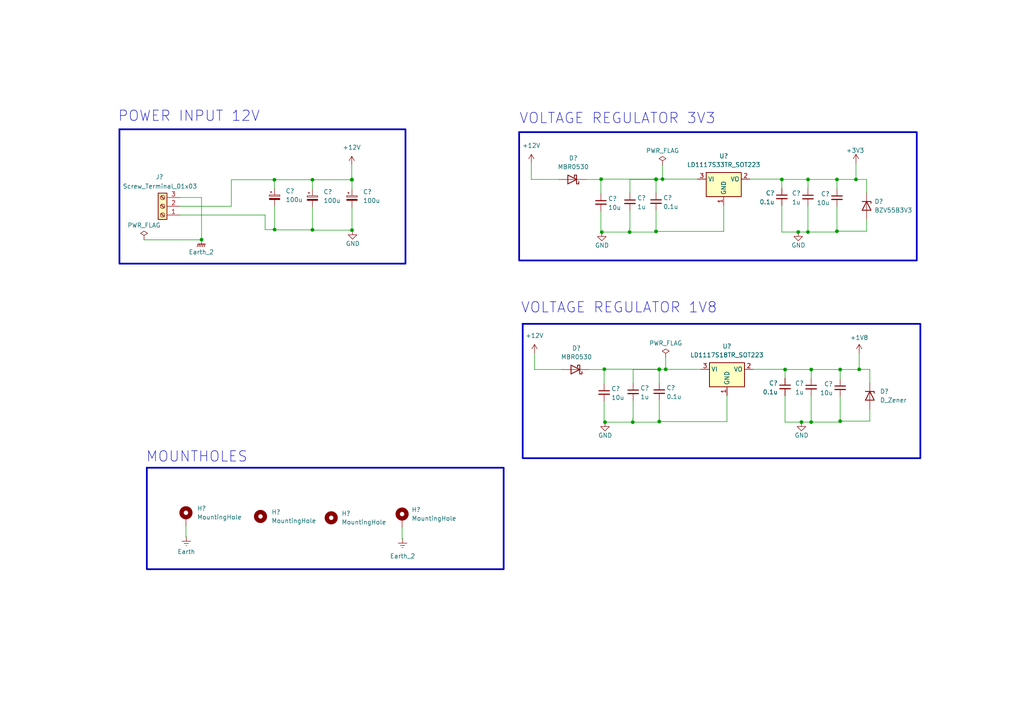
<source format=kicad_sch>
(kicad_sch (version 20231120) (generator "eeschema") (generator_version "8.0")
  (paper "A4")
  (title_block (title "Mixed Signal Board Project") (date "2024-06-24") (rev "V1.0") (company "open source") (comment 1 "this project for learning purposes"))
  (lib_symbols
    (symbol "Connector:Screw_Terminal_01x03" (pin_names (offset 1.016) hide)
      (property "Reference" "J" (at 0 5.08 0))
      (property "Value" "Screw_Terminal_01x03" (at 0 -5.08 0))
      (symbol "Screw_Terminal_01x03_1_1"
        (rectangle (start -1.27 3.81) (end 1.27 -3.81) (stroke (width 0.254)) (fill (type background)))
        (circle (center 0 -2.54) (radius 0.635) (stroke (width 0.1524)))
        (polyline (pts (xy -0.5334 -2.2098) (xy 0.3302 -3.048)) (stroke (width 0.1524)))
        (polyline (pts (xy -0.5334 0.3302) (xy 0.3302 -0.508)) (stroke (width 0.1524)))
        (polyline (pts (xy -0.5334 2.8702) (xy 0.3302 2.032)) (stroke (width 0.1524)))
        (polyline (pts (xy -0.3556 -2.032) (xy 0.508 -2.8702)) (stroke (width 0.1524)))
        (polyline (pts (xy -0.3556 0.508) (xy 0.508 -0.3302)) (stroke (width 0.1524)))
        (polyline (pts (xy -0.3556 3.048) (xy 0.508 2.2098)) (stroke (width 0.1524)))
        (circle (center 0 0) (radius 0.635) (stroke (width 0.1524)))
        (circle (center 0 2.54) (radius 0.635) (stroke (width 0.1524)))
        (pin passive line (at -5.08 2.54 0) (length 3.81) (name "Pin_1") (number "1"))
        (pin passive line (at -5.08 0 0) (length 3.81) (name "Pin_2") (number "2"))
        (pin passive line (at -5.08 -2.54 0) (length 3.81) (name "Pin_3") (number "3"))
      )
    )
    (symbol "Device:C_Polarized_Small" (pin_numbers hide) (pin_names (offset 0.254) hide)
      (property "Reference" "C" (at 0.254 1.778 0))
      (property "Value" "C_Polarized_Small" (at 0.254 -2.032 0))
      (symbol "C_Polarized_Small_0_1"
        (rectangle (start -1.524 -0.3048) (end 1.524 -0.6858) (fill (type outline)))
        (rectangle (start -1.524 0.6858) (end 1.524 0.3048))
        (polyline (pts (xy -1.27 1.524) (xy -0.762 1.524)))
        (polyline (pts (xy -1.016 1.27) (xy -1.016 1.778)))
      )
      (symbol "C_Polarized_Small_1_1"
        (pin passive line (at 0 2.54 270) (length 1.8542) (name "~") (number "1"))
        (pin passive line (at 0 -2.54 90) (length 1.8542) (name "~") (number "2"))
      )
    )
    (symbol "Device:C_Small" (pin_numbers hide) (pin_names (offset 0.254) hide)
      (property "Reference" "C" (at 0.254 1.778 0))
      (property "Value" "C_Small" (at 0.254 -2.032 0))
      (symbol "C_Small_0_1"
        (polyline (pts (xy -1.524 -0.508) (xy 1.524 -0.508)) (stroke (width 0.3302)))
        (polyline (pts (xy -1.524 0.508) (xy 1.524 0.508)) (stroke (width 0.3048)))
      )
      (symbol "C_Small_1_1"
        (pin passive line (at 0 2.54 270) (length 2.032) (name "~") (number "1"))
        (pin passive line (at 0 -2.54 90) (length 2.032) (name "~") (number "2"))
      )
    )
    (symbol "Device:D_Zener" (pin_numbers hide) (pin_names (offset 1.016) hide)
      (property "Reference" "D" (at 0 2.54 0))
      (property "Value" "D_Zener" (at 0 -2.54 0))
      (symbol "D_Zener_0_1"
        (polyline (pts (xy 1.27 0) (xy -1.27 0)))
        (polyline (pts (xy -1.27 -1.27) (xy -1.27 1.27) (xy -0.762 1.27)) (stroke (width 0.254)))
        (polyline (pts (xy 1.27 -1.27) (xy 1.27 1.27) (xy -1.27 0) (xy 1.27 -1.27)) (stroke (width 0.254)))
      )
      (symbol "D_Zener_1_1"
        (pin passive line (at -3.81 0 0) (length 2.54) (name "K") (number "1"))
        (pin passive line (at 3.81 0 180) (length 2.54) (name "A") (number "2"))
      )
    )
    (symbol "Diode:BZV55B3V3" (pin_numbers hide) (pin_names hide)
      (property "Reference" "D" (at 0 2.54 0))
      (property "Value" "BZV55B3V3" (at 0 -2.54 0))
      (symbol "BZV55B3V3_0_1"
        (polyline (pts (xy 1.27 0) (xy -1.27 0)))
        (polyline (pts (xy -1.27 -1.27) (xy -1.27 1.27) (xy -0.762 1.27)) (stroke (width 0.254)))
        (polyline (pts (xy 1.27 -1.27) (xy 1.27 1.27) (xy -1.27 0) (xy 1.27 -1.27)) (stroke (width 0.254)))
      )
      (symbol "BZV55B3V3_1_1"
        (pin passive line (at -3.81 0 0) (length 2.54) (name "K") (number "1"))
        (pin passive line (at 3.81 0 180) (length 2.54) (name "A") (number "2"))
      )
    )
    (symbol "Diode:MBR0530" (pin_numbers hide) (pin_names (offset 1.016) hide)
      (property "Reference" "D" (at 0 2.54 0))
      (property "Value" "MBR0530" (at 0 -2.54 0))
      (symbol "MBR0530_0_1"
        (polyline (pts (xy 1.27 0) (xy -1.27 0)))
        (polyline (pts (xy 1.27 1.27) (xy 1.27 -1.27) (xy -1.27 0) (xy 1.27 1.27)) (stroke (width 0.254)))
        (polyline (pts (xy -1.905 0.635) (xy -1.905 1.27) (xy -1.27 1.27) (xy -1.27 -1.27) (xy -0.635 -1.27) (xy -0.635 -0.635)) (stroke (width 0.254)))
      )
      (symbol "MBR0530_1_1"
        (pin passive line (at -3.81 0 0) (length 2.54) (name "K") (number "1"))
        (pin passive line (at 3.81 0 180) (length 2.54) (name "A") (number "2"))
      )
    )
    (symbol "Mechanical:MountingHole" (pin_names (offset 1.016))
      (property "Reference" "H" (at 0 5.08 0))
      (property "Value" "MountingHole" (at 0 3.175 0))
      (symbol "MountingHole_0_1"
        (circle (center 0 0) (radius 1.27) (stroke (width 1.27)))
      )
    )
    (symbol "Mechanical:MountingHole_Pad" (pin_numbers hide) (pin_names (offset 1.016) hide) (exclude_from_sim yes) (in_bom no)
      (property "Reference" "H" (at 0 6.35 0))
      (property "Value" "MountingHole_Pad" (at 0 4.445 0))
      (symbol "MountingHole_Pad_0_1"
        (circle (center 0 1.27) (radius 1.27) (stroke (width 1.27)))
      )
      (symbol "MountingHole_Pad_1_1"
        (pin input line (at 0 -2.54 90) (length 2.54) (name "1") (number "1"))
      )
    )
    (symbol "Regulator_Linear:LD1117S18TR_SOT223"
      (property "Reference" "U" (at -3.81 3.175 0))
      (property "Value" "LD1117S18TR_SOT223" (at 0 3.175 0))
      (symbol "LD1117S18TR_SOT223_0_1"
        (rectangle (start -5.08 -5.08) (end 5.08 1.905) (stroke (width 0.254)) (fill (type background)))
      )
      (symbol "LD1117S18TR_SOT223_1_1"
        (pin power_in line (at 0 -7.62 90) (length 2.54) (name "GND") (number "1"))
        (pin power_out line (at 7.62 0 180) (length 2.54) (name "VO") (number "2"))
        (pin power_in line (at -7.62 0 0) (length 2.54) (name "VI") (number "3"))
      )
    )
    (symbol "Regulator_Linear:LD1117S33TR_SOT223"
      (property "Reference" "U" (at -3.81 3.175 0))
      (property "Value" "LD1117S33TR_SOT223" (at 0 3.175 0))
      (symbol "LD1117S33TR_SOT223_0_1"
        (rectangle (start -5.08 -5.08) (end 5.08 1.905) (stroke (width 0.254)) (fill (type background)))
      )
      (symbol "LD1117S33TR_SOT223_1_1"
        (pin power_in line (at 0 -7.62 90) (length 2.54) (name "GND") (number "1"))
        (pin power_out line (at 7.62 0 180) (length 2.54) (name "VO") (number "2"))
        (pin power_in line (at -7.62 0 0) (length 2.54) (name "VI") (number "3"))
      )
    )
    (symbol "power:+12V" (power) (pin_names (offset 0))
      (property "Value" "+12V" (at 0 3.556 0))
      (symbol "+12V_0_1"
        (polyline (pts (xy -0.762 1.27) (xy 0 2.54)))
        (polyline (pts (xy 0 0) (xy 0 2.54)))
        (polyline (pts (xy 0 2.54) (xy 0.762 1.27)))
      )
      (symbol "+12V_1_1"
        (pin power_in line (at 0 0 90) (length 0) hide (name "+12V") (number "1"))
      )
    )
    (symbol "power:+2V5" (power) (pin_names (offset 0))
      (property "Value" "+2V5" (at 0 3.556 0))
      (symbol "+2V5_0_1"
        (polyline (pts (xy -0.762 1.27) (xy 0 2.54)))
        (polyline (pts (xy 0 0) (xy 0 2.54)))
        (polyline (pts (xy 0 2.54) (xy 0.762 1.27)))
      )
      (symbol "+2V5_1_1"
        (pin power_in line (at 0 0 90) (length 0) hide (name "+2V5") (number "1"))
      )
    )
    (symbol "power:+3V3" (power) (pin_names (offset 0))
      (property "Value" "+3V3" (at 0 3.556 0))
      (symbol "+3V3_0_1"
        (polyline (pts (xy -0.762 1.27) (xy 0 2.54)))
        (polyline (pts (xy 0 0) (xy 0 2.54)))
        (polyline (pts (xy 0 2.54) (xy 0.762 1.27)))
      )
      (symbol "+3V3_1_1"
        (pin power_in line (at 0 0 90) (length 0) hide (name "+3V3") (number "1"))
      )
    )
    (symbol "power:Earth" (power) (pin_numbers hide) (pin_names (offset 0) hide)
      (property "Value" "Earth" (at 0 -3.81 0))
      (symbol "Earth_0_1"
        (polyline (pts (xy -0.635 -1.905) (xy 0.635 -1.905)))
        (polyline (pts (xy -0.127 -2.54) (xy 0.127 -2.54)))
        (polyline (pts (xy 0 -1.27) (xy 0 0)))
        (polyline (pts (xy 1.27 -1.27) (xy -1.27 -1.27)))
      )
      (symbol "Earth_1_1"
        (pin power_in line (at 0 0 270) (length 0) (name "~") (number "1"))
      )
    )
    (symbol "power:GND" (power) (pin_names (offset 0))
      (property "Value" "GND" (at 0 -3.81 0))
      (symbol "GND_0_1"
        (polyline (pts (xy 0 0) (xy 0 -1.27) (xy 1.27 -1.27) (xy 0 -2.54) (xy -1.27 -1.27) (xy 0 -1.27)))
      )
      (symbol "GND_1_1"
        (pin power_in line (at 0 0 270) (length 0) hide (name "GND") (number "1"))
      )
    )
    (symbol "power:GNDPWR" (power) (pin_names (offset 0))
      (property "Value" "GNDPWR" (at 0 -3.302 0))
      (symbol "GNDPWR_0_1"
        (polyline (pts (xy 0 -1.27) (xy 0 0)))
        (polyline (pts (xy -1.016 -1.27) (xy -1.27 -2.032) (xy -1.27 -2.032)) (stroke (width 0.2032)))
        (polyline (pts (xy -0.508 -1.27) (xy -0.762 -2.032) (xy -0.762 -2.032)) (stroke (width 0.2032)))
        (polyline (pts (xy 0 -1.27) (xy -0.254 -2.032) (xy -0.254 -2.032)) (stroke (width 0.2032)))
        (polyline (pts (xy 0.508 -1.27) (xy 0.254 -2.032) (xy 0.254 -2.032)) (stroke (width 0.2032)))
        (polyline (pts (xy 1.016 -1.27) (xy -1.016 -1.27) (xy -1.016 -1.27)) (stroke (width 0.2032)))
        (polyline (pts (xy 1.016 -1.27) (xy 0.762 -2.032) (xy 0.762 -2.032) (xy 0.762 -2.032)) (stroke (width 0.2032)))
      )
      (symbol "GNDPWR_1_1"
        (pin power_in line (at 0 0 270) (length 0) hide (name "GNDPWR") (number "1"))
      )
    )
    (symbol "power:PWR_FLAG" (power) (pin_numbers hide) (pin_names (offset 0) hide)
      (property "Value" "PWR_FLAG" (at 0 3.81 0))
      (symbol "PWR_FLAG_0_0"
        (pin power_out line (at 0 0 90) (length 0) (name "pwr") (number "1"))
      )
      (symbol "PWR_FLAG_0_1"
        (polyline (pts (xy 0 0) (xy 0 1.27) (xy -1.016 1.905) (xy 0 2.54) (xy 1.016 1.905) (xy 0 1.27)))
      )
    )
  )
  (junction (at 79.6435 66.5943))
  (junction (at 243.6847 107.1732))
  (junction (at 175.2838 107.0809))
  (junction (at 102.0265 52.1348))
  (junction (at 102.0898 52.1348))
  (junction (at 174.547 67.3147))
  (junction (at 191.2089 107.0809))
  (junction (at 182.6063 67.3147))
  (junction (at 102.0898 66.7523))
  (junction (at 227.7026 107.1732))
  (junction (at 235.2651 122.4228))
  (junction (at 231.5163 67.2965))
  (junction (at 226.7631 52.0469))
  (junction (at 191.2089 122.2781))
  (junction (at 242.7543 67.0595))
  (junction (at 90.6209 52.1348))
  (junction (at 183.5367 122.441))
  (junction (at 190.2785 67.1227))
  (junction (at 235.2911 107.1732))
  (junction (at 90.6209 66.6733))
  (junction (at 190.2785 52.0494))
  (junction (at 175.4774 122.441))
  (junction (at 234.3347 67.2965))
  (junction (at 232.4467 122.4228))
  (junction (at 249.1975 107.1337))
  (junction (at 234.3607 52.0469))
  (junction (at 79.5868 52.1348))
  (junction (at 243.6847 122.1463))
  (junction (at 190.2785 51.9546))
  (junction (at 191.2089 107.1757))
  (junction (at 174.3534 51.9546))
  (junction (at 248.2671 52.0469))
  (junction (at 192.1536 51.9546))
  (junction (at 193.0776 107.11))
  (junction (at 58.4554 69.5105))
  (junction (at 242.7543 52.0469))
  (wire (pts (xy 242.7543 59.8808) (xy 242.7543 67.0595)))
  (wire (pts (xy 174.2873 51.9546) (xy 174.3534 51.9546)))
  (wire (pts (xy 191.2089 107.1757) (xy 191.2089 107.0809)))
  (wire (pts (xy 190.2785 52.0494) (xy 190.2785 51.9546)))
  (wire (pts (xy 102.0898 52.1348) (xy 102.0898 54.9282)))
  (wire (pts (xy 234.3607 54.6102) (xy 234.3607 52.0469)))
  (wire (pts (xy 248.2671 47.3062) (xy 248.2671 52.0469)))
  (wire (pts (xy 243.6847 109.9271) (xy 243.6847 107.1732)))
  (wire (pts (xy 243.6847 122.1463) (xy 243.6847 122.4228)))
  (wire (pts (xy 226.7631 51.9546) (xy 226.7631 52.0469)))
  (wire (pts (xy 232.4467 122.4228) (xy 235.2651 122.4228)))
  (wire (pts (xy 209.9133 67.1227) (xy 190.2785 67.1227)))
  (wire (pts (xy 226.7631 67.2965) (xy 231.5163 67.2965)))
  (wire (pts (xy 192.1536 51.9546) (xy 202.2933 51.9546)))
  (wire (pts (xy 182.7069 61.0606) (xy 182.7069 66.2718)))
  (wire (pts (xy 58.4554 57.2872) (xy 58.4554 69.5105)))
  (wire (pts (xy 67.1027 52.1348) (xy 67.1027 59.8272)))
  (wire (pts (xy 191.218 107.11) (xy 193.0776 107.11)))
  (wire (pts (xy 102.0265 47.8681) (xy 102.0265 52.1348)))
  (wire (pts (xy 116.6243 156.2703) (xy 116.7642 156.2703)))
  (wire (pts (xy 102.0265 52.1348) (xy 102.0898 52.1348)))
  (wire (pts (xy 170.6986 107.179) (xy 175.2838 107.179)))
  (wire (pts (xy 248.2671 52.0469) (xy 251.3486 52.0469)))
  (wire (pts (xy 192.1536 47.9176) (xy 192.1536 51.9546)))
  (wire (pts (xy 52.2294 62.3672) (xy 76.9003 62.3672)))
  (wire (pts (xy 102.0898 66.8313) (xy 102.2635 66.8313)))
  (wire (pts (xy 182.7069 52.0494) (xy 190.2785 52.0494)))
  (wire (pts (xy 175.2838 107.179) (xy 175.2838 107.0809)))
  (wire (pts (xy 234.3347 59.6902) (xy 234.3347 67.2965)))
  (wire (pts (xy 163.0786 107.1722) (xy 163.0786 107.179)))
  (wire (pts (xy 235.2651 109.7365) (xy 235.2911 109.7365)))
  (wire (pts (xy 243.6847 115.0071) (xy 243.6847 122.1463)))
  (wire (pts (xy 79.6435 59.7629) (xy 79.6435 66.5943)))
  (wire (pts (xy 252.2821 110.988) (xy 252.2821 107.1337)))
  (wire (pts (xy 183.5367 121.3981) (xy 183.5367 122.441)))
  (wire (pts (xy 79.5868 52.1348) (xy 90.6209 52.1348)))
  (wire (pts (xy 226.7631 59.6401) (xy 226.7631 67.2965)))
  (wire (pts (xy 102.0898 60.0082) (xy 102.0898 66.7523)))
  (wire (pts (xy 251.3486 55.9012) (xy 251.3486 52.0469)))
  (wire (pts (xy 183.6373 116.1869) (xy 183.6373 121.3981)))
  (wire (pts (xy 154.1008 52.0459) (xy 162.1482 52.0459)))
  (wire (pts (xy 227.7026 107.11) (xy 227.7026 107.1732)))
  (wire (pts (xy 235.2651 122.4228) (xy 243.6847 122.4228)))
  (wire (pts (xy 169.7682 52.0527) (xy 174.3534 52.0527)))
  (wire (pts (xy 174.3534 52.0527) (xy 174.3534 51.9546)))
  (wire (pts (xy 249.1975 107.1337) (xy 249.1975 107.1732)))
  (wire (pts (xy 190.2785 67.1227) (xy 190.2785 67.3147)))
  (wire (pts (xy 193.0776 103.7519) (xy 193.0776 107.11)))
  (wire (pts (xy 183.6373 111.1069) (xy 183.6373 107.1757)))
  (wire (pts (xy 252.2821 118.608) (xy 252.2821 122.1463)))
  (wire (pts (xy 76.9003 66.5943) (xy 79.6435 66.5943)))
  (wire (pts (xy 210.8528 122.2781) (xy 191.2089 122.2781)))
  (wire (pts (xy 67.1027 52.1348) (xy 79.5868 52.1348)))
  (wire (pts (xy 79.6435 54.6829) (xy 79.5868 54.6829)))
  (wire (pts (xy 227.6935 114.7664) (xy 227.6935 122.4228)))
  (wire (pts (xy 79.5868 54.6829) (xy 79.5868 52.1348)))
  (wire (pts (xy 242.7543 52.0469) (xy 248.2671 52.0469)))
  (wire (pts (xy 217.5333 51.9546) (xy 226.7631 51.9546)))
  (wire (pts (xy 174.3534 51.9546) (xy 190.2785 51.9546)))
  (wire (pts (xy 210.8528 114.73) (xy 210.8528 122.2781)))
  (wire (pts (xy 41.7808 69.5604) (xy 58.4554 69.5604)))
  (wire (pts (xy 58.4554 69.5105) (xy 58.4554 69.5604)))
  (wire (pts (xy 235.2651 114.8165) (xy 235.2651 122.4228)))
  (wire (pts (xy 252.2821 122.1463) (xy 243.6847 122.1463)))
  (wire (pts (xy 191.2089 111.0568) (xy 191.2089 107.1757)))
  (wire (pts (xy 79.6435 66.5943) (xy 79.6435 66.6733)))
  (wire (pts (xy 175.2177 111.2975) (xy 175.2177 107.0809)))
  (wire (pts (xy 190.2785 61.0105) (xy 190.2785 67.1227)))
  (wire (pts (xy 235.2911 107.1732) (xy 227.7026 107.1732)))
  (wire (pts (xy 231.5163 67.2965) (xy 234.3347 67.2965)))
  (wire (pts (xy 183.6373 121.3981) (xy 183.5367 121.3981)))
  (wire (pts (xy 174.2873 56.1712) (xy 174.2873 51.9546)))
  (wire (pts (xy 249.1975 107.1337) (xy 252.2821 107.1337)))
  (wire (pts (xy 90.6209 66.7523) (xy 102.0898 66.7523)))
  (wire (pts (xy 191.218 107.11) (xy 191.218 107.0809)))
  (wire (pts (xy 242.7543 54.8008) (xy 242.7543 52.0469)))
  (wire (pts (xy 226.7631 52.0469) (xy 226.7631 54.5601)))
  (wire (pts (xy 234.3607 52.0469) (xy 226.7631 52.0469)))
  (wire (pts (xy 52.2294 57.2872) (xy 58.4554 57.2872)))
  (wire (pts (xy 191.2089 116.1368) (xy 191.2089 122.2781)))
  (wire (pts (xy 174.2873 67.3147) (xy 174.547 67.3147)))
  (wire (pts (xy 227.6935 107.1732) (xy 227.6935 109.6864)))
  (wire (pts (xy 227.6935 122.4228) (xy 232.4467 122.4228)))
  (wire (pts (xy 90.6209 60.0082) (xy 90.6209 66.6733)))
  (wire (pts (xy 79.6435 66.6733) (xy 90.6209 66.6733)))
  (wire (pts (xy 190.2785 55.9305) (xy 190.2785 52.0494)))
  (wire (pts (xy 190.2785 67.3147) (xy 182.6063 67.3147)))
  (wire (pts (xy 191.218 107.0809) (xy 191.2089 107.0809)))
  (wire (pts (xy 249.1975 102.4325) (xy 249.1975 107.1337)))
  (wire (pts (xy 90.6209 54.9282) (xy 90.6209 52.1348)))
  (wire (pts (xy 191.2089 122.2781) (xy 191.2089 122.441)))
  (wire (pts (xy 209.9133 59.5746) (xy 209.9133 67.1227)))
  (wire (pts (xy 235.2911 109.7365) (xy 235.2911 107.1732)))
  (wire (pts (xy 242.7543 52.0469) (xy 234.3607 52.0469)))
  (wire (pts (xy 183.6373 107.1757) (xy 191.2089 107.1757)))
  (wire (pts (xy 234.3347 54.6102) (xy 234.3607 54.6102)))
  (wire (pts (xy 182.6063 67.3147) (xy 174.547 67.3147)))
  (wire (pts (xy 183.5367 122.441) (xy 175.4774 122.441)))
  (wire (pts (xy 251.3486 67.0595) (xy 242.7543 67.0595)))
  (wire (pts (xy 175.2177 107.0809) (xy 175.2838 107.0809)))
  (wire (pts (xy 116.6243 152.9093) (xy 116.6243 156.2703)))
  (wire (pts (xy 182.6063 66.2718) (xy 182.6063 67.3147)))
  (wire (pts (xy 102.0898 51.3957) (xy 102.0898 52.1348)))
  (wire (pts (xy 102.0898 66.7523) (xy 102.0898 66.8313)))
  (wire (pts (xy 251.3486 63.5212) (xy 251.3486 67.0595)))
  (wire (pts (xy 155.0312 107.1722) (xy 163.0786 107.1722)))
  (wire (pts (xy 76.9003 62.3672) (xy 76.9003 66.5943)))
  (wire (pts (xy 52.2294 59.8272) (xy 67.1027 59.8272)))
  (wire (pts (xy 155.0312 102.4533) (xy 155.0312 107.1722)))
  (wire (pts (xy 190.2785 51.9546) (xy 192.1536 51.9546)))
  (wire (pts (xy 243.6847 107.1732) (xy 249.1975 107.1732)))
  (wire (pts (xy 162.1482 52.0459) (xy 162.1482 52.0527)))
  (wire (pts (xy 234.3347 67.2965) (xy 242.7543 67.2965)))
  (wire (pts (xy 227.7026 107.1732) (xy 227.6935 107.1732)))
  (wire (pts (xy 90.6209 52.1348) (xy 102.0265 52.1348)))
  (wire (pts (xy 154.1008 47.327) (xy 154.1008 52.0459)))
  (wire (pts (xy 191.2089 122.441) (xy 183.5367 122.441)))
  (wire (pts (xy 182.7069 55.9806) (xy 182.7069 52.0494)))
  (wire (pts (xy 175.2177 116.3775) (xy 175.2177 122.441)))
  (wire (pts (xy 53.934 155.7094) (xy 54.0411 155.7094)))
  (wire (pts (xy 182.7069 66.2718) (xy 182.6063 66.2718)))
  (wire (pts (xy 175.2177 122.441) (xy 175.4774 122.441)))
  (wire (pts (xy 218.4728 107.11) (xy 227.7026 107.11)))
  (wire (pts (xy 53.934 152.5341) (xy 53.934 155.7094)))
  (wire (pts (xy 243.6847 107.1732) (xy 235.2911 107.1732)))
  (wire (pts (xy 193.0776 107.11) (xy 203.2328 107.11)))
  (wire (pts (xy 242.7543 67.0595) (xy 242.7543 67.2965)))
  (wire (pts (xy 90.6209 66.6733) (xy 90.6209 66.7523)))
  (wire (pts (xy 174.2873 61.2512) (xy 174.2873 67.3147)))
  (wire (pts (xy 175.2838 107.0809) (xy 191.2089 107.0809)))
  (rectangle (start 42.5903 135.6605) (end 146.0808 165.0898) (stroke (width 0.5)))
  (rectangle (start 150.5707 38.3241) (end 265.9019 75.5402) (stroke (width 0.5)))
  (rectangle (start 34.6409 37.5048) (end 117.6018 76.4654) (stroke (width 0.5)))
  (rectangle (start 151.6069 93.9322) (end 266.9381 132.8928) (stroke (width 0.5)))
  (text "VOLTAGE REGULATOR 3V3" (at 179.0825 34.4535 0) (effects (font (size 3 3))))
  (text "MOUNTHOLES\n" (at 57.0957 132.5921 0) (effects (font (size 3 3))))
  (text "POWER INPUT 12V" (at 54.8129 33.8019 0) (effects (font (size 3 3))))
  (text "VOLTAGE REGULATOR 1V8" (at 179.5477 89.3472 0) (effects (font (size 3 3))))
  (symbol (lib_id "Regulator_Linear:LD1117S33TR_SOT223") (at 209.9133 51.9546 0) (unit 1)
    (property "Reference" "U?" (at 209.9133 45.249 0))
    (property "Value" "LD1117S33TR_SOT223" (at 209.9133 47.789 0))
    (property "Footprint" "Package_TO_SOT_SMD:SOT-223-3_TabPin2" (effects (hide yes)))
    (property "Datasheet" "http://www.st.com/st-web-ui/static/active/en/resource/technical/document/datasheet/CD00000544.pdf" (effects (hide yes)))
    (property "Description" "800mA Fixed Low Drop Positive Voltage Regulator, Fixed Output 3.3V, SOT-223" (effects (hide yes)))
  )
  (symbol (lib_id "power:GND") (at 232.4467 122.4228 0) (unit 1)
    (property "Reference" "#PWR0592" (effects (hide yes)))
    (property "Value" "GND" (at 232.5016 126.2638 0))
    (property "Description" "Power symbol creates a global label with name \"GND\" , ground" (effects (hide yes)))
  )
  (symbol (lib_id "Diode:BZV55B3V3") (at 251.3486 59.7112 270) (unit 1)
    (property "Reference" "D?" (at 253.613 58.4411 90) (effects (justify left)))
    (property "Value" "BZV55B3V3" (at 253.613 60.9811 90) (effects (justify left)))
    (property "Footprint" "Diode_SMD:D_MiniMELF" (effects (hide yes)))
    (property "Datasheet" "https://assets.nexperia.com/documents/data-sheet/BZV55_SER.pdf" (effects (hide yes)))
    (property "Description" "3.3V, 500mW, 2%, Zener diode, MiniMELF" (effects (hide yes)))
  )
  (symbol (lib_id "Device:C_Small") (at 190.2785 58.4705 0) (unit 1)
    (property "Reference" "C?" (at 192.3636 57.3731 0) (effects (justify left)))
    (property "Value" "0.1u" (at 192.3636 59.952 0) (effects (justify left)))
    (property "Footprint" "Capacitor_SMD:C_0805_2012Metric" (effects (hide yes)))
    (property "Description" "Unpolarized capacitor, small symbol" (effects (hide yes)))
  )
  (symbol (lib_id "power:+12V") (at 154.1008 47.327 0) (unit 1)
    (property "Reference" "#PWR0584" (effects (hide yes)))
    (property "Value" "+12V" (at 154.1008 42.2216 0))
    (property "Description" "Power symbol creates a global label with name \"+12V\"" (effects (hide yes)))
  )
  (symbol (lib_id "power:PWR_FLAG") (at 192.1536 47.9176 0) (unit 1)
    (property "Reference" "#FLG0508" (effects (hide yes)))
    (property "Value" "PWR_FLAG" (at 192.1536 43.7019 0))
    (property "Description" "Special symbol for telling ERC where power comes from" (effects (hide yes)))
  )
  (symbol (lib_id "power:+12V") (at 155.0312 102.4533 0) (unit 1)
    (property "Reference" "#PWR0591" (effects (hide yes)))
    (property "Value" "+12V" (at 155.0312 97.3479 0))
    (property "Description" "Power symbol creates a global label with name \"+12V\"" (effects (hide yes)))
  )
  (symbol (lib_id "Device:C_Small") (at 242.7543 57.3408 0) (mirror y) (unit 1)
    (property "Reference" "C?" (at 240.6692 56.2434 0) (effects (justify left)))
    (property "Value" "10u" (at 240.6692 58.8223 0) (effects (justify left)))
    (property "Footprint" "Capacitor_SMD:C_0805_2012Metric" (effects (hide yes)))
    (property "Description" "Unpolarized capacitor, small symbol" (effects (hide yes)))
  )
  (symbol (lib_id "power:+12V") (at 102.0265 47.8681 0) (unit 1)
    (property "Reference" "#PWR0585" (effects (hide yes)))
    (property "Value" "+12V" (at 102.0265 42.7627 0))
    (property "Description" "Power symbol creates a global label with name \"+12V\"" (effects (hide yes)))
  )
  (symbol (lib_id "power:PWR_FLAG") (at 41.7808 69.5604 0) (unit 1)
    (property "Reference" "#FLG0509" (effects (hide yes)))
    (property "Value" "PWR_FLAG" (at 41.7808 65.3447 0))
    (property "Description" "Special symbol for telling ERC where power comes from" (effects (hide yes)))
  )
  (symbol (lib_id "Device:C_Small") (at 226.7631 57.1001 0) (mirror y) (unit 1)
    (property "Reference" "C?" (at 224.678 56.0027 0) (effects (justify left)))
    (property "Value" "0.1u" (at 224.678 58.5816 0) (effects (justify left)))
    (property "Footprint" "Capacitor_SMD:C_0805_2012Metric" (effects (hide yes)))
    (property "Description" "Unpolarized capacitor, small symbol" (effects (hide yes)))
  )
  (symbol (lib_id "Device:C_Small") (at 191.2089 113.5968 0) (unit 1)
    (property "Reference" "C?" (at 193.294 112.4994 0) (effects (justify left)))
    (property "Value" "0.1u" (at 193.294 115.0783 0) (effects (justify left)))
    (property "Footprint" "Capacitor_SMD:C_0805_2012Metric" (effects (hide yes)))
    (property "Description" "Unpolarized capacitor, small symbol" (effects (hide yes)))
  )
  (symbol (lib_id "Diode:MBR0530") (at 166.8886 107.179 180) (unit 1)
    (property "Reference" "D?" (at 167.2061 100.9879 0))
    (property "Value" "MBR0530" (at 167.2061 103.5279 0))
    (property "Footprint" "Diode_SMD:D_SOD-123" (effects (hide yes)))
    (property "Datasheet" "http://www.mccsemi.com/up_pdf/MBR0520~MBR0580(SOD123).pdf" (effects (hide yes)))
    (property "Description" "30V 0.5A Schottky Power Rectifier Diode, SOD-123" (effects (hide yes)))
  )
  (symbol (lib_id "Device:C_Small") (at 235.2651 112.2765 0) (mirror y) (unit 1)
    (property "Reference" "C?" (at 233.18 111.1791 0) (effects (justify left)))
    (property "Value" "1u" (at 233.18 113.758 0) (effects (justify left)))
    (property "Footprint" "Capacitor_SMD:C_0805_2012Metric" (effects (hide yes)))
    (property "Description" "Unpolarized capacitor, small symbol" (effects (hide yes)))
  )
  (symbol (lib_id "power:PWR_FLAG") (at 193.0776 103.7519 0) (unit 1)
    (property "Reference" "#FLG0510" (effects (hide yes)))
    (property "Value" "PWR_FLAG" (at 193.0776 99.5362 0))
    (property "Description" "Special symbol for telling ERC where power comes from" (effects (hide yes)))
  )
  (symbol (lib_id "Device:C_Small") (at 175.2177 113.8375 0) (unit 1)
    (property "Reference" "C?" (at 177.3028 112.7401 0) (effects (justify left)))
    (property "Value" "10u" (at 177.3028 115.319 0) (effects (justify left)))
    (property "Footprint" "Capacitor_SMD:C_0805_2012Metric" (effects (hide yes)))
    (property "Description" "Unpolarized capacitor, small symbol" (effects (hide yes)))
  )
  (symbol (lib_id "Device:C_Small") (at 183.6373 113.6469 0) (unit 1)
    (property "Reference" "C?" (at 185.7224 112.5495 0) (effects (justify left)))
    (property "Value" "1u" (at 185.7224 115.1284 0) (effects (justify left)))
    (property "Footprint" "Capacitor_SMD:C_0805_2012Metric" (effects (hide yes)))
    (property "Description" "Unpolarized capacitor, small symbol" (effects (hide yes)))
  )
  (symbol (lib_id "Device:C_Polarized_Small") (at 90.6209 57.4682 0) (unit 1)
    (property "Reference" "C?" (at 93.8088 55.652 0) (effects (justify left)))
    (property "Value" "100u" (at 93.8088 58.192 0) (effects (justify left)))
    (property "Footprint" "Capacitor_SMD:CP_Elec_8x10" (effects (hide yes)))
    (property "Description" "Polarized capacitor, small symbol" (effects (hide yes)))
  )
  (symbol (lib_id "Diode:MBR0530") (at 165.9582 52.0527 180) (unit 1)
    (property "Reference" "D?" (at 166.2757 45.8616 0))
    (property "Value" "MBR0530" (at 166.2757 48.4016 0))
    (property "Footprint" "Diode_SMD:D_SOD-123" (effects (hide yes)))
    (property "Datasheet" "http://www.mccsemi.com/up_pdf/MBR0520~MBR0580(SOD123).pdf" (effects (hide yes)))
    (property "Description" "30V 0.5A Schottky Power Rectifier Diode, SOD-123" (effects (hide yes)))
  )
  (symbol (lib_id "Mechanical:MountingHole") (at 96.0671 150.1874 0) (unit 1)
    (property "Reference" "H?" (at 99.06 148.9173 0) (effects (justify left)))
    (property "Value" "MountingHole" (at 99.06 151.4573 0) (effects (justify left)))
    (property "Footprint" "MountingHole:MountingHole_2.2mm_M2_ISO7380_Pad" (effects (hide yes)))
    (property "Description" "Mounting Hole without connection" (effects (hide yes)))
  )
  (symbol (lib_id "Device:C_Polarized_Small") (at 79.6435 57.2229 0) (unit 1)
    (property "Reference" "C?" (at 82.8314 55.4067 0) (effects (justify left)))
    (property "Value" "100u" (at 82.8314 57.9467 0) (effects (justify left)))
    (property "Footprint" "Capacitor_SMD:CP_Elec_8x10" (effects (hide yes)))
    (property "Description" "Polarized capacitor, small symbol" (effects (hide yes)))
  )
  (symbol (lib_id "Device:C_Small") (at 243.6847 112.4671 0) (mirror y) (unit 1)
    (property "Reference" "C?" (at 241.5996 111.3697 0) (effects (justify left)))
    (property "Value" "10u" (at 241.5996 113.9486 0) (effects (justify left)))
    (property "Footprint" "Capacitor_SMD:C_0805_2012Metric" (effects (hide yes)))
    (property "Description" "Unpolarized capacitor, small symbol" (effects (hide yes)))
  )
  (symbol (lib_id "Device:C_Small") (at 234.3347 57.1502 0) (mirror y) (unit 1)
    (property "Reference" "C?" (at 232.2496 56.0528 0) (effects (justify left)))
    (property "Value" "1u" (at 232.2496 58.6317 0) (effects (justify left)))
    (property "Footprint" "Capacitor_SMD:C_0805_2012Metric" (effects (hide yes)))
    (property "Description" "Unpolarized capacitor, small symbol" (effects (hide yes)))
  )
  (symbol (lib_id "Device:C_Small") (at 182.7069 58.5206 0) (unit 1)
    (property "Reference" "C?" (at 184.792 57.4232 0) (effects (justify left)))
    (property "Value" "1u" (at 184.792 60.0021 0) (effects (justify left)))
    (property "Footprint" "Capacitor_SMD:C_0805_2012Metric" (effects (hide yes)))
    (property "Description" "Unpolarized capacitor, small symbol" (effects (hide yes)))
  )
  (symbol (lib_id "Mechanical:MountingHole_Pad") (at 116.6243 150.3693 0) (unit 1) (exclude_from_sim yes) (in_bom no)
    (property "Reference" "H?" (at 119.38 147.8292 0) (effects (justify left)))
    (property "Value" "MountingHole" (at 119.38 150.3692 0) (effects (justify left)))
    (property "Footprint" "MountingHole:MountingHole_2.2mm_M2_ISO7380_Pad" (effects (hide yes)))
    (property "Description" "Mounting Hole with connection" (effects (hide yes)))
  )
  (symbol (lib_id "Regulator_Linear:LD1117S18TR_SOT223") (at 210.8528 107.11 0) (unit 1)
    (property "Reference" "U?" (at 210.8528 100.4353 0))
    (property "Value" "LD1117S18TR_SOT223" (at 210.8528 102.9753 0))
    (property "Footprint" "Package_TO_SOT_SMD:SOT-223-3_TabPin2" (effects (hide yes)))
    (property "Datasheet" "http://www.st.com/st-web-ui/static/active/en/resource/technical/document/datasheet/CD00000544.pdf" (effects (hide yes)))
    (property "Description" "800mA Fixed Low Drop Positive Voltage Regulator, Fixed Output 1.8V, SOT-223" (effects (hide yes)))
  )
  (symbol (lib_id "Device:C_Polarized_Small") (at 102.0898 57.4682 0) (unit 1)
    (property "Reference" "C?" (at 105.2777 55.652 0) (effects (justify left)))
    (property "Value" "100u" (at 105.2777 58.192 0) (effects (justify left)))
    (property "Footprint" "Capacitor_SMD:CP_Elec_8x10" (effects (hide yes)))
    (property "Description" "Polarized capacitor, small symbol" (effects (hide yes)))
  )
  (symbol (lib_id "power:Earth") (at 54.0411 155.7094 0) (unit 1)
    (property "Reference" "#PWR0594" (effects (hide yes)))
    (property "Value" "Earth" (at 54.0411 160.02 0))
    (property "Description" "Power symbol creates a global label with name \"Earth\"" (effects (hide yes)))
  )
  (symbol (lib_id "Device:C_Small") (at 174.2873 58.7112 0) (unit 1)
    (property "Reference" "C?" (at 176.3724 57.6138 0) (effects (justify left)))
    (property "Value" "10u" (at 176.3724 60.1927 0) (effects (justify left)))
    (property "Footprint" "Capacitor_SMD:C_0805_2012Metric" (effects (hide yes)))
    (property "Description" "Unpolarized capacitor, small symbol" (effects (hide yes)))
  )
  (symbol (lib_id "power:GND") (at 174.547 67.3147 0) (unit 1)
    (property "Reference" "#PWR0588" (effects (hide yes)))
    (property "Value" "GND" (at 174.6019 71.1557 0))
    (property "Description" "Power symbol creates a global label with name \"GND\" , ground" (effects (hide yes)))
  )
  (symbol (lib_id "Connector:Screw_Terminal_01x03") (at 47.1494 59.8272 180) (unit 1)
    (property "Reference" "J?" (at 46.2706 51.3095 0))
    (property "Value" "Screw_Terminal_01x03" (at 46.3947 54.0409 0))
    (property "Footprint" "TerminalBlock_Phoenix:TerminalBlock_Phoenix_PT-1,5-3-5.0-H_1x03_P5.00mm_Horizontal" (effects (hide yes)))
    (property "Description" "Generic screw terminal, single row, 01x03, script generated (kicad-library-utils/schlib/autogen/connector/)" (effects (hide yes)))
  )
  (symbol (lib_id "Device:D_Zener") (at 252.2821 114.798 270) (unit 1)
    (property "Reference" "D?" (at 255.2261 113.5279 90) (effects (justify left)))
    (property "Value" "D_Zener" (at 255.2261 116.0679 90) (effects (justify left)))
    (property "Footprint" "Diode_SMD:D_SOD-123" (effects (hide yes)))
    (property "Description" "Zener diode" (effects (hide yes)))
  )
  (symbol (lib_id "Mechanical:MountingHole_Pad") (at 53.934 149.9941 0) (unit 1) (exclude_from_sim yes) (in_bom no)
    (property "Reference" "H?" (at 57.15 147.454 0) (effects (justify left)))
    (property "Value" "MountingHole" (at 57.15 149.994 0) (effects (justify left)))
    (property "Footprint" "MountingHole:MountingHole_2.2mm_M2_ISO7380_Pad" (effects (hide yes)))
    (property "Description" "Mounting Hole with connection" (effects (hide yes)))
  )
  (symbol (lib_id "power:Earth") (at 116.7642 156.2703 0) (unit 1)
    (property "Reference" "#PWR0595" (effects (hide yes)))
    (property "Value" "Earth_2" (at 116.7642 161.29 0))
    (property "Description" "Power symbol creates a global label with name \"Earth\"" (effects (hide yes)))
  )
  (symbol (lib_id "power:GNDPWR") (at 58.4554 69.5105 0) (unit 1)
    (property "Reference" "#PWR0589" (effects (hide yes)))
    (property "Value" "Earth_2" (at 58.3919 73.1131 0))
    (property "Description" "Power symbol creates a global label with name \"GNDPWR\" , global ground" (effects (hide yes)))
  )
  (symbol (lib_id "power:GND") (at 175.4774 122.441 0) (unit 1)
    (property "Reference" "#PWR0593" (effects (hide yes)))
    (property "Value" "GND" (at 175.5323 126.282 0))
    (property "Description" "Power symbol creates a global label with name \"GND\" , ground" (effects (hide yes)))
  )
  (symbol (lib_id "power:GND") (at 102.2635 66.8313 0) (unit 1)
    (property "Reference" "#PWR0586" (effects (hide yes)))
    (property "Value" "GND" (at 102.3184 70.6723 0))
    (property "Description" "Power symbol creates a global label with name \"GND\" , ground" (effects (hide yes)))
  )
  (symbol (lib_id "power:GND") (at 231.5163 67.2965 0) (unit 1)
    (property "Reference" "#PWR0587" (effects (hide yes)))
    (property "Value" "GND" (at 231.5712 71.1375 0))
    (property "Description" "Power symbol creates a global label with name \"GND\" , ground" (effects (hide yes)))
  )
  (symbol (lib_id "power:+3V3") (at 248.2671 47.3062 0) (unit 1)
    (property "Reference" "#PWR0583" (effects (hide yes)))
    (property "Value" "+3V3" (at 248.0293 43.6437 0))
    (property "Description" "Power symbol creates a global label with name \"+3V3\"" (effects (hide yes)))
  )
  (symbol (lib_id "Mechanical:MountingHole") (at 75.5584 149.7901 0) (unit 1)
    (property "Reference" "H?" (at 78.74 148.52 0) (effects (justify left)))
    (property "Value" "MountingHole" (at 78.74 151.06 0) (effects (justify left)))
    (property "Footprint" "MountingHole:MountingHole_2.2mm_M2_ISO7380_Pad" (effects (hide yes)))
    (property "Description" "Mounting Hole without connection" (effects (hide yes)))
  )
  (symbol (lib_id "Device:C_Small") (at 227.6935 112.2264 0) (mirror y) (unit 1)
    (property "Reference" "C?" (at 225.6084 111.129 0) (effects (justify left)))
    (property "Value" "0.1u" (at 225.6084 113.7079 0) (effects (justify left)))
    (property "Footprint" "Capacitor_SMD:C_0805_2012Metric" (effects (hide yes)))
    (property "Description" "Unpolarized capacitor, small symbol" (effects (hide yes)))
  )
  (symbol (lib_id "power:+2V5") (at 249.1975 102.4325 0) (unit 1)
    (property "Reference" "#PWR0590" (effects (hide yes)))
    (property "Value" "+1V8" (at 249.1975 97.934 0))
    (property "Description" "Power symbol creates a global label with name \"+2V5\"" (effects (hide yes)))
  )
)
</source>
